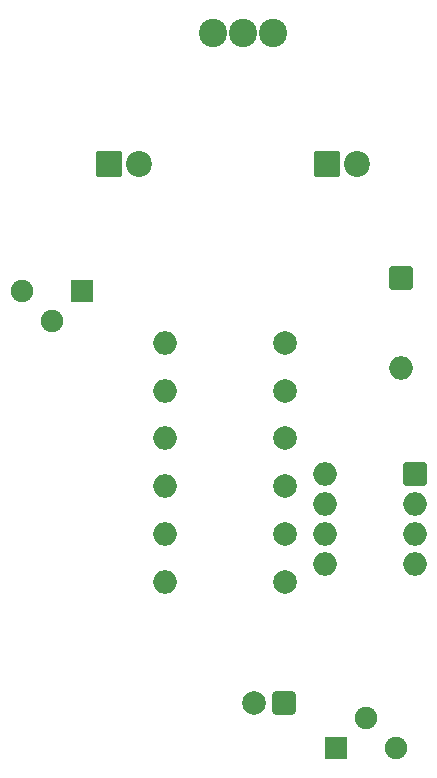
<source format=gbr>
%TF.GenerationSoftware,KiCad,Pcbnew,9.0.6*%
%TF.CreationDate,2025-11-24T07:47:15+01:00*%
%TF.ProjectId,Jo_Rabbit,4a6f5f52-6162-4626-9974-2e6b69636164,rev?*%
%TF.SameCoordinates,Original*%
%TF.FileFunction,Soldermask,Top*%
%TF.FilePolarity,Negative*%
%FSLAX46Y46*%
G04 Gerber Fmt 4.6, Leading zero omitted, Abs format (unit mm)*
G04 Created by KiCad (PCBNEW 9.0.6) date 2025-11-24 07:47:15*
%MOMM*%
%LPD*%
G01*
G04 APERTURE LIST*
G04 Aperture macros list*
%AMRoundRect*
0 Rectangle with rounded corners*
0 $1 Rounding radius*
0 $2 $3 $4 $5 $6 $7 $8 $9 X,Y pos of 4 corners*
0 Add a 4 corners polygon primitive as box body*
4,1,4,$2,$3,$4,$5,$6,$7,$8,$9,$2,$3,0*
0 Add four circle primitives for the rounded corners*
1,1,$1+$1,$2,$3*
1,1,$1+$1,$4,$5*
1,1,$1+$1,$6,$7*
1,1,$1+$1,$8,$9*
0 Add four rect primitives between the rounded corners*
20,1,$1+$1,$2,$3,$4,$5,0*
20,1,$1+$1,$4,$5,$6,$7,0*
20,1,$1+$1,$6,$7,$8,$9,0*
20,1,$1+$1,$8,$9,$2,$3,0*%
G04 Aperture macros list end*
%ADD10RoundRect,0.200000X-0.750000X-0.750000X0.750000X-0.750000X0.750000X0.750000X-0.750000X0.750000X0*%
%ADD11C,1.900000*%
%ADD12RoundRect,0.200000X-0.900000X-0.900000X0.900000X-0.900000X0.900000X0.900000X-0.900000X0.900000X0*%
%ADD13C,2.200000*%
%ADD14RoundRect,0.200000X0.750000X0.750000X-0.750000X0.750000X-0.750000X-0.750000X0.750000X-0.750000X0*%
%ADD15RoundRect,0.200000X-0.800000X0.800000X-0.800000X-0.800000X0.800000X-0.800000X0.800000X0.800000X0*%
%ADD16O,2.000000X2.000000*%
%ADD17C,2.400000*%
%ADD18C,2.000000*%
%ADD19RoundRect,0.200000X0.800000X0.800000X-0.800000X0.800000X-0.800000X-0.800000X0.800000X-0.800000X0*%
%ADD20RoundRect,0.312500X0.687500X0.687500X-0.687500X0.687500X-0.687500X-0.687500X0.687500X-0.687500X0*%
G04 APERTURE END LIST*
D10*
%TO.C,Q1*%
X123805000Y-146340000D03*
D11*
X126345000Y-143800000D03*
X128885000Y-146340000D03*
%TD*%
D12*
%TO.C,D2*%
X104585000Y-96875000D03*
D13*
X107125000Y-96875000D03*
%TD*%
D14*
%TO.C,Q2*%
X102300000Y-107600000D03*
D11*
X99760000Y-110140000D03*
X97220000Y-107600000D03*
%TD*%
D12*
%TO.C,D1*%
X123110000Y-96850000D03*
D13*
X125650000Y-96850000D03*
%TD*%
D15*
%TO.C,D3*%
X129375000Y-106515000D03*
D16*
X129375000Y-114135000D03*
%TD*%
D17*
%TO.C,S1*%
X113426000Y-85773000D03*
X115966000Y-85773000D03*
X118506000Y-85773000D03*
%TD*%
D18*
%TO.C,R1off1*%
X119522000Y-132255000D03*
D16*
X109362000Y-132255000D03*
%TD*%
D18*
%TO.C,R5*%
X119522000Y-120105000D03*
D16*
X109362000Y-120105000D03*
%TD*%
D18*
%TO.C,R4*%
X119522000Y-116055000D03*
D16*
X109362000Y-116055000D03*
%TD*%
D18*
%TO.C,R6*%
X119522000Y-124155000D03*
D16*
X109362000Y-124155000D03*
%TD*%
D18*
%TO.C,R4*%
X119522000Y-112005000D03*
D16*
X109362000Y-112005000D03*
%TD*%
D18*
%TO.C,R7*%
X119522000Y-128205000D03*
D16*
X109362000Y-128205000D03*
%TD*%
D19*
%TO.C,NE555*%
X130550000Y-123130000D03*
D16*
X130550000Y-125670000D03*
X130550000Y-128210000D03*
X130550000Y-130750000D03*
X122930000Y-130750000D03*
X122930000Y-128210000D03*
X122930000Y-125670000D03*
X122930000Y-123130000D03*
%TD*%
D20*
%TO.C,47uF*%
X119395000Y-142542000D03*
D18*
X116895000Y-142542000D03*
%TD*%
M02*

</source>
